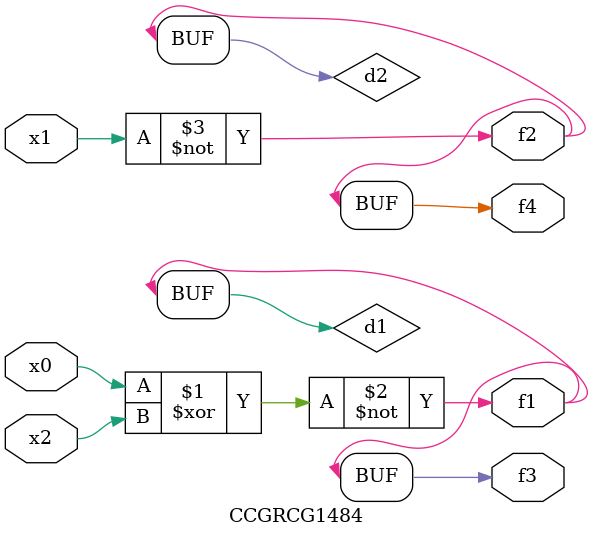
<source format=v>
module CCGRCG1484(
	input x0, x1, x2,
	output f1, f2, f3, f4
);

	wire d1, d2, d3;

	xnor (d1, x0, x2);
	nand (d2, x1);
	nor (d3, x1, x2);
	assign f1 = d1;
	assign f2 = d2;
	assign f3 = d1;
	assign f4 = d2;
endmodule

</source>
